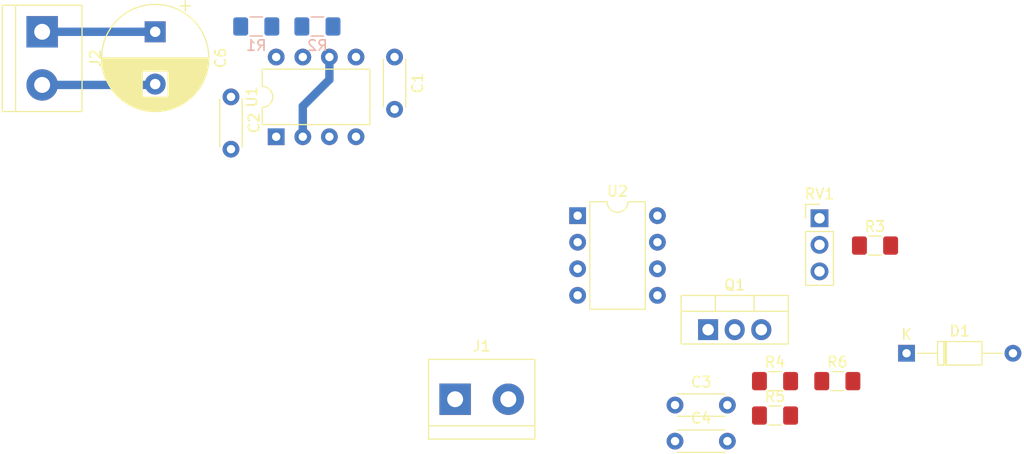
<source format=kicad_pcb>
(kicad_pcb (version 20171130) (host pcbnew "(5.1.4)-1")

  (general
    (thickness 1.6)
    (drawings 0)
    (tracks 6)
    (zones 0)
    (modules 18)
    (nets 15)
  )

  (page A4)
  (layers
    (0 F.Cu signal)
    (31 B.Cu signal)
    (32 B.Adhes user)
    (33 F.Adhes user)
    (34 B.Paste user)
    (35 F.Paste user)
    (36 B.SilkS user)
    (37 F.SilkS user)
    (38 B.Mask user)
    (39 F.Mask user)
    (40 Dwgs.User user)
    (41 Cmts.User user)
    (42 Eco1.User user)
    (43 Eco2.User user)
    (44 Edge.Cuts user)
    (45 Margin user)
    (46 B.CrtYd user hide)
    (47 F.CrtYd user hide)
    (48 B.Fab user hide)
    (49 F.Fab user hide)
  )

  (setup
    (last_trace_width 0.8)
    (trace_clearance 0.2)
    (zone_clearance 0.508)
    (zone_45_only no)
    (trace_min 0.2)
    (via_size 0.8)
    (via_drill 0.4)
    (via_min_size 0.4)
    (via_min_drill 0.3)
    (uvia_size 0.3)
    (uvia_drill 0.1)
    (uvias_allowed no)
    (uvia_min_size 0.2)
    (uvia_min_drill 0.1)
    (edge_width 0.05)
    (segment_width 0.2)
    (pcb_text_width 0.3)
    (pcb_text_size 1.5 1.5)
    (mod_edge_width 0.12)
    (mod_text_size 1 1)
    (mod_text_width 0.15)
    (pad_size 1.524 1.524)
    (pad_drill 0.762)
    (pad_to_mask_clearance 0.051)
    (solder_mask_min_width 0.25)
    (aux_axis_origin 0 0)
    (visible_elements FFFFFF7F)
    (pcbplotparams
      (layerselection 0x010fc_ffffffff)
      (usegerberextensions false)
      (usegerberattributes false)
      (usegerberadvancedattributes false)
      (creategerberjobfile false)
      (excludeedgelayer true)
      (linewidth 0.100000)
      (plotframeref false)
      (viasonmask false)
      (mode 1)
      (useauxorigin false)
      (hpglpennumber 1)
      (hpglpenspeed 20)
      (hpglpendiameter 15.000000)
      (psnegative false)
      (psa4output false)
      (plotreference true)
      (plotvalue true)
      (plotinvisibletext false)
      (padsonsilk false)
      (subtractmaskfromsilk false)
      (outputformat 1)
      (mirror false)
      (drillshape 1)
      (scaleselection 1)
      (outputdirectory ""))
  )

  (net 0 "")
  (net 1 "Net-(C1-Pad1)")
  (net 2 GND)
  (net 3 "Net-(C2-Pad1)")
  (net 4 +12V)
  (net 5 "Net-(C4-Pad1)")
  (net 6 "Net-(D1-Pad2)")
  (net 7 "Net-(Q1-Pad1)")
  (net 8 "Net-(R1-Pad2)")
  (net 9 "Net-(R3-Pad2)")
  (net 10 "Net-(R4-Pad1)")
  (net 11 "Net-(R5-Pad2)")
  (net 12 "Net-(U1-Pad3)")
  (net 13 "Net-(U2-Pad6)")
  (net 14 "Net-(U2-Pad5)")

  (net_class Default "Это класс цепей по умолчанию."
    (clearance 0.2)
    (trace_width 0.8)
    (via_dia 0.8)
    (via_drill 0.4)
    (uvia_dia 0.3)
    (uvia_drill 0.1)
    (add_net +12V)
    (add_net GND)
    (add_net "Net-(C1-Pad1)")
    (add_net "Net-(C2-Pad1)")
    (add_net "Net-(C4-Pad1)")
    (add_net "Net-(D1-Pad2)")
    (add_net "Net-(Q1-Pad1)")
    (add_net "Net-(R1-Pad2)")
    (add_net "Net-(R3-Pad2)")
    (add_net "Net-(R4-Pad1)")
    (add_net "Net-(R5-Pad2)")
    (add_net "Net-(U1-Pad3)")
    (add_net "Net-(U2-Pad5)")
    (add_net "Net-(U2-Pad6)")
  )

  (net_class second ""
    (clearance 0.2)
    (trace_width 0.8)
    (via_dia 0.8)
    (via_drill 0.4)
    (uvia_dia 0.3)
    (uvia_drill 0.1)
  )

  (module Capacitor_THT:C_Disc_D4.3mm_W1.9mm_P5.00mm (layer F.Cu) (tedit 5AE50EF0) (tstamp 5E57D1C4)
    (at 37.084 30.226 270)
    (descr "C, Disc series, Radial, pin pitch=5.00mm, , diameter*width=4.3*1.9mm^2, Capacitor, http://www.vishay.com/docs/45233/krseries.pdf")
    (tags "C Disc series Radial pin pitch 5.00mm  diameter 4.3mm width 1.9mm Capacitor")
    (path /5E57EF63)
    (fp_text reference C2 (at 2.5 -2.2 90) (layer F.SilkS)
      (effects (font (size 1 1) (thickness 0.15)))
    )
    (fp_text value 0.1uF (at 2.5 2.2 90) (layer F.Fab)
      (effects (font (size 1 1) (thickness 0.15)))
    )
    (fp_text user %R (at 2.5 0 90) (layer F.Fab)
      (effects (font (size 0.86 0.86) (thickness 0.129)))
    )
    (fp_line (start 6.05 -1.2) (end -1.05 -1.2) (layer F.CrtYd) (width 0.05))
    (fp_line (start 6.05 1.2) (end 6.05 -1.2) (layer F.CrtYd) (width 0.05))
    (fp_line (start -1.05 1.2) (end 6.05 1.2) (layer F.CrtYd) (width 0.05))
    (fp_line (start -1.05 -1.2) (end -1.05 1.2) (layer F.CrtYd) (width 0.05))
    (fp_line (start 4.77 1.055) (end 4.77 1.07) (layer F.SilkS) (width 0.12))
    (fp_line (start 4.77 -1.07) (end 4.77 -1.055) (layer F.SilkS) (width 0.12))
    (fp_line (start 0.23 1.055) (end 0.23 1.07) (layer F.SilkS) (width 0.12))
    (fp_line (start 0.23 -1.07) (end 0.23 -1.055) (layer F.SilkS) (width 0.12))
    (fp_line (start 0.23 1.07) (end 4.77 1.07) (layer F.SilkS) (width 0.12))
    (fp_line (start 0.23 -1.07) (end 4.77 -1.07) (layer F.SilkS) (width 0.12))
    (fp_line (start 4.65 -0.95) (end 0.35 -0.95) (layer F.Fab) (width 0.1))
    (fp_line (start 4.65 0.95) (end 4.65 -0.95) (layer F.Fab) (width 0.1))
    (fp_line (start 0.35 0.95) (end 4.65 0.95) (layer F.Fab) (width 0.1))
    (fp_line (start 0.35 -0.95) (end 0.35 0.95) (layer F.Fab) (width 0.1))
    (pad 2 thru_hole circle (at 5 0 270) (size 1.6 1.6) (drill 0.8) (layers *.Cu *.Mask)
      (net 2 GND))
    (pad 1 thru_hole circle (at 0 0 270) (size 1.6 1.6) (drill 0.8) (layers *.Cu *.Mask)
      (net 3 "Net-(C2-Pad1)"))
    (model ${KISYS3DMOD}/Capacitor_THT.3dshapes/C_Disc_D4.3mm_W1.9mm_P5.00mm.wrl
      (at (xyz 0 0 0))
      (scale (xyz 1 1 1))
      (rotate (xyz 0 0 0))
    )
  )

  (module Capacitor_THT:C_Disc_D4.3mm_W1.9mm_P5.00mm (layer F.Cu) (tedit 5AE50EF0) (tstamp 5E57D1D9)
    (at 79.488001 59.690001)
    (descr "C, Disc series, Radial, pin pitch=5.00mm, , diameter*width=4.3*1.9mm^2, Capacitor, http://www.vishay.com/docs/45233/krseries.pdf")
    (tags "C Disc series Radial pin pitch 5.00mm  diameter 4.3mm width 1.9mm Capacitor")
    (path /5E58D313)
    (fp_text reference C3 (at 2.5 -2.2) (layer F.SilkS)
      (effects (font (size 1 1) (thickness 0.15)))
    )
    (fp_text value 0.1uF (at 2.5 2.2) (layer F.Fab)
      (effects (font (size 1 1) (thickness 0.15)))
    )
    (fp_line (start 0.35 -0.95) (end 0.35 0.95) (layer F.Fab) (width 0.1))
    (fp_line (start 0.35 0.95) (end 4.65 0.95) (layer F.Fab) (width 0.1))
    (fp_line (start 4.65 0.95) (end 4.65 -0.95) (layer F.Fab) (width 0.1))
    (fp_line (start 4.65 -0.95) (end 0.35 -0.95) (layer F.Fab) (width 0.1))
    (fp_line (start 0.23 -1.07) (end 4.77 -1.07) (layer F.SilkS) (width 0.12))
    (fp_line (start 0.23 1.07) (end 4.77 1.07) (layer F.SilkS) (width 0.12))
    (fp_line (start 0.23 -1.07) (end 0.23 -1.055) (layer F.SilkS) (width 0.12))
    (fp_line (start 0.23 1.055) (end 0.23 1.07) (layer F.SilkS) (width 0.12))
    (fp_line (start 4.77 -1.07) (end 4.77 -1.055) (layer F.SilkS) (width 0.12))
    (fp_line (start 4.77 1.055) (end 4.77 1.07) (layer F.SilkS) (width 0.12))
    (fp_line (start -1.05 -1.2) (end -1.05 1.2) (layer F.CrtYd) (width 0.05))
    (fp_line (start -1.05 1.2) (end 6.05 1.2) (layer F.CrtYd) (width 0.05))
    (fp_line (start 6.05 1.2) (end 6.05 -1.2) (layer F.CrtYd) (width 0.05))
    (fp_line (start 6.05 -1.2) (end -1.05 -1.2) (layer F.CrtYd) (width 0.05))
    (fp_text user %R (at 2.5 0) (layer F.Fab)
      (effects (font (size 0.86 0.86) (thickness 0.129)))
    )
    (pad 1 thru_hole circle (at 0 0) (size 1.6 1.6) (drill 0.8) (layers *.Cu *.Mask)
      (net 2 GND))
    (pad 2 thru_hole circle (at 5 0) (size 1.6 1.6) (drill 0.8) (layers *.Cu *.Mask)
      (net 4 +12V))
    (model ${KISYS3DMOD}/Capacitor_THT.3dshapes/C_Disc_D4.3mm_W1.9mm_P5.00mm.wrl
      (at (xyz 0 0 0))
      (scale (xyz 1 1 1))
      (rotate (xyz 0 0 0))
    )
  )

  (module Capacitor_THT:C_Disc_D4.3mm_W1.9mm_P5.00mm (layer F.Cu) (tedit 5AE50EF0) (tstamp 5E57D1EE)
    (at 79.488001 63.140001)
    (descr "C, Disc series, Radial, pin pitch=5.00mm, , diameter*width=4.3*1.9mm^2, Capacitor, http://www.vishay.com/docs/45233/krseries.pdf")
    (tags "C Disc series Radial pin pitch 5.00mm  diameter 4.3mm width 1.9mm Capacitor")
    (path /5E5A7FEA)
    (fp_text reference C4 (at 2.5 -2.2) (layer F.SilkS)
      (effects (font (size 1 1) (thickness 0.15)))
    )
    (fp_text value 0.1uF (at 2.5 2.2) (layer F.Fab)
      (effects (font (size 1 1) (thickness 0.15)))
    )
    (fp_line (start 0.35 -0.95) (end 0.35 0.95) (layer F.Fab) (width 0.1))
    (fp_line (start 0.35 0.95) (end 4.65 0.95) (layer F.Fab) (width 0.1))
    (fp_line (start 4.65 0.95) (end 4.65 -0.95) (layer F.Fab) (width 0.1))
    (fp_line (start 4.65 -0.95) (end 0.35 -0.95) (layer F.Fab) (width 0.1))
    (fp_line (start 0.23 -1.07) (end 4.77 -1.07) (layer F.SilkS) (width 0.12))
    (fp_line (start 0.23 1.07) (end 4.77 1.07) (layer F.SilkS) (width 0.12))
    (fp_line (start 0.23 -1.07) (end 0.23 -1.055) (layer F.SilkS) (width 0.12))
    (fp_line (start 0.23 1.055) (end 0.23 1.07) (layer F.SilkS) (width 0.12))
    (fp_line (start 4.77 -1.07) (end 4.77 -1.055) (layer F.SilkS) (width 0.12))
    (fp_line (start 4.77 1.055) (end 4.77 1.07) (layer F.SilkS) (width 0.12))
    (fp_line (start -1.05 -1.2) (end -1.05 1.2) (layer F.CrtYd) (width 0.05))
    (fp_line (start -1.05 1.2) (end 6.05 1.2) (layer F.CrtYd) (width 0.05))
    (fp_line (start 6.05 1.2) (end 6.05 -1.2) (layer F.CrtYd) (width 0.05))
    (fp_line (start 6.05 -1.2) (end -1.05 -1.2) (layer F.CrtYd) (width 0.05))
    (fp_text user %R (at 2.5 0) (layer F.Fab)
      (effects (font (size 0.86 0.86) (thickness 0.129)))
    )
    (pad 1 thru_hole circle (at 0 0) (size 1.6 1.6) (drill 0.8) (layers *.Cu *.Mask)
      (net 5 "Net-(C4-Pad1)"))
    (pad 2 thru_hole circle (at 5 0) (size 1.6 1.6) (drill 0.8) (layers *.Cu *.Mask)
      (net 2 GND))
    (model ${KISYS3DMOD}/Capacitor_THT.3dshapes/C_Disc_D4.3mm_W1.9mm_P5.00mm.wrl
      (at (xyz 0 0 0))
      (scale (xyz 1 1 1))
      (rotate (xyz 0 0 0))
    )
  )

  (module Capacitor_THT:CP_Radial_D10.0mm_P5.00mm (layer F.Cu) (tedit 5AE50EF1) (tstamp 5E57D2BA)
    (at 29.845 24.003 270)
    (descr "CP, Radial series, Radial, pin pitch=5.00mm, , diameter=10mm, Electrolytic Capacitor")
    (tags "CP Radial series Radial pin pitch 5.00mm  diameter 10mm Electrolytic Capacitor")
    (path /5E5BC680)
    (fp_text reference C6 (at 2.5 -6.25 90) (layer F.SilkS)
      (effects (font (size 1 1) (thickness 0.15)))
    )
    (fp_text value 1000uF (at 2.5 6.25 90) (layer F.Fab)
      (effects (font (size 1 1) (thickness 0.15)))
    )
    (fp_circle (center 2.5 0) (end 7.5 0) (layer F.Fab) (width 0.1))
    (fp_circle (center 2.5 0) (end 7.62 0) (layer F.SilkS) (width 0.12))
    (fp_circle (center 2.5 0) (end 7.75 0) (layer F.CrtYd) (width 0.05))
    (fp_line (start -1.788861 -2.1875) (end -0.788861 -2.1875) (layer F.Fab) (width 0.1))
    (fp_line (start -1.288861 -2.6875) (end -1.288861 -1.6875) (layer F.Fab) (width 0.1))
    (fp_line (start 2.5 -5.08) (end 2.5 5.08) (layer F.SilkS) (width 0.12))
    (fp_line (start 2.54 -5.08) (end 2.54 5.08) (layer F.SilkS) (width 0.12))
    (fp_line (start 2.58 -5.08) (end 2.58 5.08) (layer F.SilkS) (width 0.12))
    (fp_line (start 2.62 -5.079) (end 2.62 5.079) (layer F.SilkS) (width 0.12))
    (fp_line (start 2.66 -5.078) (end 2.66 5.078) (layer F.SilkS) (width 0.12))
    (fp_line (start 2.7 -5.077) (end 2.7 5.077) (layer F.SilkS) (width 0.12))
    (fp_line (start 2.74 -5.075) (end 2.74 5.075) (layer F.SilkS) (width 0.12))
    (fp_line (start 2.78 -5.073) (end 2.78 5.073) (layer F.SilkS) (width 0.12))
    (fp_line (start 2.82 -5.07) (end 2.82 5.07) (layer F.SilkS) (width 0.12))
    (fp_line (start 2.86 -5.068) (end 2.86 5.068) (layer F.SilkS) (width 0.12))
    (fp_line (start 2.9 -5.065) (end 2.9 5.065) (layer F.SilkS) (width 0.12))
    (fp_line (start 2.94 -5.062) (end 2.94 5.062) (layer F.SilkS) (width 0.12))
    (fp_line (start 2.98 -5.058) (end 2.98 5.058) (layer F.SilkS) (width 0.12))
    (fp_line (start 3.02 -5.054) (end 3.02 5.054) (layer F.SilkS) (width 0.12))
    (fp_line (start 3.06 -5.05) (end 3.06 5.05) (layer F.SilkS) (width 0.12))
    (fp_line (start 3.1 -5.045) (end 3.1 5.045) (layer F.SilkS) (width 0.12))
    (fp_line (start 3.14 -5.04) (end 3.14 5.04) (layer F.SilkS) (width 0.12))
    (fp_line (start 3.18 -5.035) (end 3.18 5.035) (layer F.SilkS) (width 0.12))
    (fp_line (start 3.221 -5.03) (end 3.221 5.03) (layer F.SilkS) (width 0.12))
    (fp_line (start 3.261 -5.024) (end 3.261 5.024) (layer F.SilkS) (width 0.12))
    (fp_line (start 3.301 -5.018) (end 3.301 5.018) (layer F.SilkS) (width 0.12))
    (fp_line (start 3.341 -5.011) (end 3.341 5.011) (layer F.SilkS) (width 0.12))
    (fp_line (start 3.381 -5.004) (end 3.381 5.004) (layer F.SilkS) (width 0.12))
    (fp_line (start 3.421 -4.997) (end 3.421 4.997) (layer F.SilkS) (width 0.12))
    (fp_line (start 3.461 -4.99) (end 3.461 4.99) (layer F.SilkS) (width 0.12))
    (fp_line (start 3.501 -4.982) (end 3.501 4.982) (layer F.SilkS) (width 0.12))
    (fp_line (start 3.541 -4.974) (end 3.541 4.974) (layer F.SilkS) (width 0.12))
    (fp_line (start 3.581 -4.965) (end 3.581 4.965) (layer F.SilkS) (width 0.12))
    (fp_line (start 3.621 -4.956) (end 3.621 4.956) (layer F.SilkS) (width 0.12))
    (fp_line (start 3.661 -4.947) (end 3.661 4.947) (layer F.SilkS) (width 0.12))
    (fp_line (start 3.701 -4.938) (end 3.701 4.938) (layer F.SilkS) (width 0.12))
    (fp_line (start 3.741 -4.928) (end 3.741 4.928) (layer F.SilkS) (width 0.12))
    (fp_line (start 3.781 -4.918) (end 3.781 -1.241) (layer F.SilkS) (width 0.12))
    (fp_line (start 3.781 1.241) (end 3.781 4.918) (layer F.SilkS) (width 0.12))
    (fp_line (start 3.821 -4.907) (end 3.821 -1.241) (layer F.SilkS) (width 0.12))
    (fp_line (start 3.821 1.241) (end 3.821 4.907) (layer F.SilkS) (width 0.12))
    (fp_line (start 3.861 -4.897) (end 3.861 -1.241) (layer F.SilkS) (width 0.12))
    (fp_line (start 3.861 1.241) (end 3.861 4.897) (layer F.SilkS) (width 0.12))
    (fp_line (start 3.901 -4.885) (end 3.901 -1.241) (layer F.SilkS) (width 0.12))
    (fp_line (start 3.901 1.241) (end 3.901 4.885) (layer F.SilkS) (width 0.12))
    (fp_line (start 3.941 -4.874) (end 3.941 -1.241) (layer F.SilkS) (width 0.12))
    (fp_line (start 3.941 1.241) (end 3.941 4.874) (layer F.SilkS) (width 0.12))
    (fp_line (start 3.981 -4.862) (end 3.981 -1.241) (layer F.SilkS) (width 0.12))
    (fp_line (start 3.981 1.241) (end 3.981 4.862) (layer F.SilkS) (width 0.12))
    (fp_line (start 4.021 -4.85) (end 4.021 -1.241) (layer F.SilkS) (width 0.12))
    (fp_line (start 4.021 1.241) (end 4.021 4.85) (layer F.SilkS) (width 0.12))
    (fp_line (start 4.061 -4.837) (end 4.061 -1.241) (layer F.SilkS) (width 0.12))
    (fp_line (start 4.061 1.241) (end 4.061 4.837) (layer F.SilkS) (width 0.12))
    (fp_line (start 4.101 -4.824) (end 4.101 -1.241) (layer F.SilkS) (width 0.12))
    (fp_line (start 4.101 1.241) (end 4.101 4.824) (layer F.SilkS) (width 0.12))
    (fp_line (start 4.141 -4.811) (end 4.141 -1.241) (layer F.SilkS) (width 0.12))
    (fp_line (start 4.141 1.241) (end 4.141 4.811) (layer F.SilkS) (width 0.12))
    (fp_line (start 4.181 -4.797) (end 4.181 -1.241) (layer F.SilkS) (width 0.12))
    (fp_line (start 4.181 1.241) (end 4.181 4.797) (layer F.SilkS) (width 0.12))
    (fp_line (start 4.221 -4.783) (end 4.221 -1.241) (layer F.SilkS) (width 0.12))
    (fp_line (start 4.221 1.241) (end 4.221 4.783) (layer F.SilkS) (width 0.12))
    (fp_line (start 4.261 -4.768) (end 4.261 -1.241) (layer F.SilkS) (width 0.12))
    (fp_line (start 4.261 1.241) (end 4.261 4.768) (layer F.SilkS) (width 0.12))
    (fp_line (start 4.301 -4.754) (end 4.301 -1.241) (layer F.SilkS) (width 0.12))
    (fp_line (start 4.301 1.241) (end 4.301 4.754) (layer F.SilkS) (width 0.12))
    (fp_line (start 4.341 -4.738) (end 4.341 -1.241) (layer F.SilkS) (width 0.12))
    (fp_line (start 4.341 1.241) (end 4.341 4.738) (layer F.SilkS) (width 0.12))
    (fp_line (start 4.381 -4.723) (end 4.381 -1.241) (layer F.SilkS) (width 0.12))
    (fp_line (start 4.381 1.241) (end 4.381 4.723) (layer F.SilkS) (width 0.12))
    (fp_line (start 4.421 -4.707) (end 4.421 -1.241) (layer F.SilkS) (width 0.12))
    (fp_line (start 4.421 1.241) (end 4.421 4.707) (layer F.SilkS) (width 0.12))
    (fp_line (start 4.461 -4.69) (end 4.461 -1.241) (layer F.SilkS) (width 0.12))
    (fp_line (start 4.461 1.241) (end 4.461 4.69) (layer F.SilkS) (width 0.12))
    (fp_line (start 4.501 -4.674) (end 4.501 -1.241) (layer F.SilkS) (width 0.12))
    (fp_line (start 4.501 1.241) (end 4.501 4.674) (layer F.SilkS) (width 0.12))
    (fp_line (start 4.541 -4.657) (end 4.541 -1.241) (layer F.SilkS) (width 0.12))
    (fp_line (start 4.541 1.241) (end 4.541 4.657) (layer F.SilkS) (width 0.12))
    (fp_line (start 4.581 -4.639) (end 4.581 -1.241) (layer F.SilkS) (width 0.12))
    (fp_line (start 4.581 1.241) (end 4.581 4.639) (layer F.SilkS) (width 0.12))
    (fp_line (start 4.621 -4.621) (end 4.621 -1.241) (layer F.SilkS) (width 0.12))
    (fp_line (start 4.621 1.241) (end 4.621 4.621) (layer F.SilkS) (width 0.12))
    (fp_line (start 4.661 -4.603) (end 4.661 -1.241) (layer F.SilkS) (width 0.12))
    (fp_line (start 4.661 1.241) (end 4.661 4.603) (layer F.SilkS) (width 0.12))
    (fp_line (start 4.701 -4.584) (end 4.701 -1.241) (layer F.SilkS) (width 0.12))
    (fp_line (start 4.701 1.241) (end 4.701 4.584) (layer F.SilkS) (width 0.12))
    (fp_line (start 4.741 -4.564) (end 4.741 -1.241) (layer F.SilkS) (width 0.12))
    (fp_line (start 4.741 1.241) (end 4.741 4.564) (layer F.SilkS) (width 0.12))
    (fp_line (start 4.781 -4.545) (end 4.781 -1.241) (layer F.SilkS) (width 0.12))
    (fp_line (start 4.781 1.241) (end 4.781 4.545) (layer F.SilkS) (width 0.12))
    (fp_line (start 4.821 -4.525) (end 4.821 -1.241) (layer F.SilkS) (width 0.12))
    (fp_line (start 4.821 1.241) (end 4.821 4.525) (layer F.SilkS) (width 0.12))
    (fp_line (start 4.861 -4.504) (end 4.861 -1.241) (layer F.SilkS) (width 0.12))
    (fp_line (start 4.861 1.241) (end 4.861 4.504) (layer F.SilkS) (width 0.12))
    (fp_line (start 4.901 -4.483) (end 4.901 -1.241) (layer F.SilkS) (width 0.12))
    (fp_line (start 4.901 1.241) (end 4.901 4.483) (layer F.SilkS) (width 0.12))
    (fp_line (start 4.941 -4.462) (end 4.941 -1.241) (layer F.SilkS) (width 0.12))
    (fp_line (start 4.941 1.241) (end 4.941 4.462) (layer F.SilkS) (width 0.12))
    (fp_line (start 4.981 -4.44) (end 4.981 -1.241) (layer F.SilkS) (width 0.12))
    (fp_line (start 4.981 1.241) (end 4.981 4.44) (layer F.SilkS) (width 0.12))
    (fp_line (start 5.021 -4.417) (end 5.021 -1.241) (layer F.SilkS) (width 0.12))
    (fp_line (start 5.021 1.241) (end 5.021 4.417) (layer F.SilkS) (width 0.12))
    (fp_line (start 5.061 -4.395) (end 5.061 -1.241) (layer F.SilkS) (width 0.12))
    (fp_line (start 5.061 1.241) (end 5.061 4.395) (layer F.SilkS) (width 0.12))
    (fp_line (start 5.101 -4.371) (end 5.101 -1.241) (layer F.SilkS) (width 0.12))
    (fp_line (start 5.101 1.241) (end 5.101 4.371) (layer F.SilkS) (width 0.12))
    (fp_line (start 5.141 -4.347) (end 5.141 -1.241) (layer F.SilkS) (width 0.12))
    (fp_line (start 5.141 1.241) (end 5.141 4.347) (layer F.SilkS) (width 0.12))
    (fp_line (start 5.181 -4.323) (end 5.181 -1.241) (layer F.SilkS) (width 0.12))
    (fp_line (start 5.181 1.241) (end 5.181 4.323) (layer F.SilkS) (width 0.12))
    (fp_line (start 5.221 -4.298) (end 5.221 -1.241) (layer F.SilkS) (width 0.12))
    (fp_line (start 5.221 1.241) (end 5.221 4.298) (layer F.SilkS) (width 0.12))
    (fp_line (start 5.261 -4.273) (end 5.261 -1.241) (layer F.SilkS) (width 0.12))
    (fp_line (start 5.261 1.241) (end 5.261 4.273) (layer F.SilkS) (width 0.12))
    (fp_line (start 5.301 -4.247) (end 5.301 -1.241) (layer F.SilkS) (width 0.12))
    (fp_line (start 5.301 1.241) (end 5.301 4.247) (layer F.SilkS) (width 0.12))
    (fp_line (start 5.341 -4.221) (end 5.341 -1.241) (layer F.SilkS) (width 0.12))
    (fp_line (start 5.341 1.241) (end 5.341 4.221) (layer F.SilkS) (width 0.12))
    (fp_line (start 5.381 -4.194) (end 5.381 -1.241) (layer F.SilkS) (width 0.12))
    (fp_line (start 5.381 1.241) (end 5.381 4.194) (layer F.SilkS) (width 0.12))
    (fp_line (start 5.421 -4.166) (end 5.421 -1.241) (layer F.SilkS) (width 0.12))
    (fp_line (start 5.421 1.241) (end 5.421 4.166) (layer F.SilkS) (width 0.12))
    (fp_line (start 5.461 -4.138) (end 5.461 -1.241) (layer F.SilkS) (width 0.12))
    (fp_line (start 5.461 1.241) (end 5.461 4.138) (layer F.SilkS) (width 0.12))
    (fp_line (start 5.501 -4.11) (end 5.501 -1.241) (layer F.SilkS) (width 0.12))
    (fp_line (start 5.501 1.241) (end 5.501 4.11) (layer F.SilkS) (width 0.12))
    (fp_line (start 5.541 -4.08) (end 5.541 -1.241) (layer F.SilkS) (width 0.12))
    (fp_line (start 5.541 1.241) (end 5.541 4.08) (layer F.SilkS) (width 0.12))
    (fp_line (start 5.581 -4.05) (end 5.581 -1.241) (layer F.SilkS) (width 0.12))
    (fp_line (start 5.581 1.241) (end 5.581 4.05) (layer F.SilkS) (width 0.12))
    (fp_line (start 5.621 -4.02) (end 5.621 -1.241) (layer F.SilkS) (width 0.12))
    (fp_line (start 5.621 1.241) (end 5.621 4.02) (layer F.SilkS) (width 0.12))
    (fp_line (start 5.661 -3.989) (end 5.661 -1.241) (layer F.SilkS) (width 0.12))
    (fp_line (start 5.661 1.241) (end 5.661 3.989) (layer F.SilkS) (width 0.12))
    (fp_line (start 5.701 -3.957) (end 5.701 -1.241) (layer F.SilkS) (width 0.12))
    (fp_line (start 5.701 1.241) (end 5.701 3.957) (layer F.SilkS) (width 0.12))
    (fp_line (start 5.741 -3.925) (end 5.741 -1.241) (layer F.SilkS) (width 0.12))
    (fp_line (start 5.741 1.241) (end 5.741 3.925) (layer F.SilkS) (width 0.12))
    (fp_line (start 5.781 -3.892) (end 5.781 -1.241) (layer F.SilkS) (width 0.12))
    (fp_line (start 5.781 1.241) (end 5.781 3.892) (layer F.SilkS) (width 0.12))
    (fp_line (start 5.821 -3.858) (end 5.821 -1.241) (layer F.SilkS) (width 0.12))
    (fp_line (start 5.821 1.241) (end 5.821 3.858) (layer F.SilkS) (width 0.12))
    (fp_line (start 5.861 -3.824) (end 5.861 -1.241) (layer F.SilkS) (width 0.12))
    (fp_line (start 5.861 1.241) (end 5.861 3.824) (layer F.SilkS) (width 0.12))
    (fp_line (start 5.901 -3.789) (end 5.901 -1.241) (layer F.SilkS) (width 0.12))
    (fp_line (start 5.901 1.241) (end 5.901 3.789) (layer F.SilkS) (width 0.12))
    (fp_line (start 5.941 -3.753) (end 5.941 -1.241) (layer F.SilkS) (width 0.12))
    (fp_line (start 5.941 1.241) (end 5.941 3.753) (layer F.SilkS) (width 0.12))
    (fp_line (start 5.981 -3.716) (end 5.981 -1.241) (layer F.SilkS) (width 0.12))
    (fp_line (start 5.981 1.241) (end 5.981 3.716) (layer F.SilkS) (width 0.12))
    (fp_line (start 6.021 -3.679) (end 6.021 -1.241) (layer F.SilkS) (width 0.12))
    (fp_line (start 6.021 1.241) (end 6.021 3.679) (layer F.SilkS) (width 0.12))
    (fp_line (start 6.061 -3.64) (end 6.061 -1.241) (layer F.SilkS) (width 0.12))
    (fp_line (start 6.061 1.241) (end 6.061 3.64) (layer F.SilkS) (width 0.12))
    (fp_line (start 6.101 -3.601) (end 6.101 -1.241) (layer F.SilkS) (width 0.12))
    (fp_line (start 6.101 1.241) (end 6.101 3.601) (layer F.SilkS) (width 0.12))
    (fp_line (start 6.141 -3.561) (end 6.141 -1.241) (layer F.SilkS) (width 0.12))
    (fp_line (start 6.141 1.241) (end 6.141 3.561) (layer F.SilkS) (width 0.12))
    (fp_line (start 6.181 -3.52) (end 6.181 -1.241) (layer F.SilkS) (width 0.12))
    (fp_line (start 6.181 1.241) (end 6.181 3.52) (layer F.SilkS) (width 0.12))
    (fp_line (start 6.221 -3.478) (end 6.221 -1.241) (layer F.SilkS) (width 0.12))
    (fp_line (start 6.221 1.241) (end 6.221 3.478) (layer F.SilkS) (width 0.12))
    (fp_line (start 6.261 -3.436) (end 6.261 3.436) (layer F.SilkS) (width 0.12))
    (fp_line (start 6.301 -3.392) (end 6.301 3.392) (layer F.SilkS) (width 0.12))
    (fp_line (start 6.341 -3.347) (end 6.341 3.347) (layer F.SilkS) (width 0.12))
    (fp_line (start 6.381 -3.301) (end 6.381 3.301) (layer F.SilkS) (width 0.12))
    (fp_line (start 6.421 -3.254) (end 6.421 3.254) (layer F.SilkS) (width 0.12))
    (fp_line (start 6.461 -3.206) (end 6.461 3.206) (layer F.SilkS) (width 0.12))
    (fp_line (start 6.501 -3.156) (end 6.501 3.156) (layer F.SilkS) (width 0.12))
    (fp_line (start 6.541 -3.106) (end 6.541 3.106) (layer F.SilkS) (width 0.12))
    (fp_line (start 6.581 -3.054) (end 6.581 3.054) (layer F.SilkS) (width 0.12))
    (fp_line (start 6.621 -3) (end 6.621 3) (layer F.SilkS) (width 0.12))
    (fp_line (start 6.661 -2.945) (end 6.661 2.945) (layer F.SilkS) (width 0.12))
    (fp_line (start 6.701 -2.889) (end 6.701 2.889) (layer F.SilkS) (width 0.12))
    (fp_line (start 6.741 -2.83) (end 6.741 2.83) (layer F.SilkS) (width 0.12))
    (fp_line (start 6.781 -2.77) (end 6.781 2.77) (layer F.SilkS) (width 0.12))
    (fp_line (start 6.821 -2.709) (end 6.821 2.709) (layer F.SilkS) (width 0.12))
    (fp_line (start 6.861 -2.645) (end 6.861 2.645) (layer F.SilkS) (width 0.12))
    (fp_line (start 6.901 -2.579) (end 6.901 2.579) (layer F.SilkS) (width 0.12))
    (fp_line (start 6.941 -2.51) (end 6.941 2.51) (layer F.SilkS) (width 0.12))
    (fp_line (start 6.981 -2.439) (end 6.981 2.439) (layer F.SilkS) (width 0.12))
    (fp_line (start 7.021 -2.365) (end 7.021 2.365) (layer F.SilkS) (width 0.12))
    (fp_line (start 7.061 -2.289) (end 7.061 2.289) (layer F.SilkS) (width 0.12))
    (fp_line (start 7.101 -2.209) (end 7.101 2.209) (layer F.SilkS) (width 0.12))
    (fp_line (start 7.141 -2.125) (end 7.141 2.125) (layer F.SilkS) (width 0.12))
    (fp_line (start 7.181 -2.037) (end 7.181 2.037) (layer F.SilkS) (width 0.12))
    (fp_line (start 7.221 -1.944) (end 7.221 1.944) (layer F.SilkS) (width 0.12))
    (fp_line (start 7.261 -1.846) (end 7.261 1.846) (layer F.SilkS) (width 0.12))
    (fp_line (start 7.301 -1.742) (end 7.301 1.742) (layer F.SilkS) (width 0.12))
    (fp_line (start 7.341 -1.63) (end 7.341 1.63) (layer F.SilkS) (width 0.12))
    (fp_line (start 7.381 -1.51) (end 7.381 1.51) (layer F.SilkS) (width 0.12))
    (fp_line (start 7.421 -1.378) (end 7.421 1.378) (layer F.SilkS) (width 0.12))
    (fp_line (start 7.461 -1.23) (end 7.461 1.23) (layer F.SilkS) (width 0.12))
    (fp_line (start 7.501 -1.062) (end 7.501 1.062) (layer F.SilkS) (width 0.12))
    (fp_line (start 7.541 -0.862) (end 7.541 0.862) (layer F.SilkS) (width 0.12))
    (fp_line (start 7.581 -0.599) (end 7.581 0.599) (layer F.SilkS) (width 0.12))
    (fp_line (start -2.979646 -2.875) (end -1.979646 -2.875) (layer F.SilkS) (width 0.12))
    (fp_line (start -2.479646 -3.375) (end -2.479646 -2.375) (layer F.SilkS) (width 0.12))
    (fp_text user %R (at 2.5 0 90) (layer F.Fab)
      (effects (font (size 1 1) (thickness 0.15)))
    )
    (pad 1 thru_hole rect (at 0 0 270) (size 2 2) (drill 1) (layers *.Cu *.Mask)
      (net 4 +12V))
    (pad 2 thru_hole circle (at 5 0 270) (size 2 2) (drill 1) (layers *.Cu *.Mask)
      (net 2 GND))
    (model ${KISYS3DMOD}/Capacitor_THT.3dshapes/CP_Radial_D10.0mm_P5.00mm.wrl
      (at (xyz 0 0 0))
      (scale (xyz 1 1 1))
      (rotate (xyz 0 0 0))
    )
  )

  (module Diode_THT:D_DO-35_SOD27_P10.16mm_Horizontal (layer F.Cu) (tedit 5AE50CD5) (tstamp 5E57D2D9)
    (at 101.6 54.737)
    (descr "Diode, DO-35_SOD27 series, Axial, Horizontal, pin pitch=10.16mm, , length*diameter=4*2mm^2, , http://www.diodes.com/_files/packages/DO-35.pdf")
    (tags "Diode DO-35_SOD27 series Axial Horizontal pin pitch 10.16mm  length 4mm diameter 2mm")
    (path /5E5AFFA2)
    (fp_text reference D1 (at 5.08 -2.12) (layer F.SilkS)
      (effects (font (size 1 1) (thickness 0.15)))
    )
    (fp_text value 1N4148 (at 5.08 2.12) (layer F.Fab)
      (effects (font (size 1 1) (thickness 0.15)))
    )
    (fp_line (start 3.08 -1) (end 3.08 1) (layer F.Fab) (width 0.1))
    (fp_line (start 3.08 1) (end 7.08 1) (layer F.Fab) (width 0.1))
    (fp_line (start 7.08 1) (end 7.08 -1) (layer F.Fab) (width 0.1))
    (fp_line (start 7.08 -1) (end 3.08 -1) (layer F.Fab) (width 0.1))
    (fp_line (start 0 0) (end 3.08 0) (layer F.Fab) (width 0.1))
    (fp_line (start 10.16 0) (end 7.08 0) (layer F.Fab) (width 0.1))
    (fp_line (start 3.68 -1) (end 3.68 1) (layer F.Fab) (width 0.1))
    (fp_line (start 3.78 -1) (end 3.78 1) (layer F.Fab) (width 0.1))
    (fp_line (start 3.58 -1) (end 3.58 1) (layer F.Fab) (width 0.1))
    (fp_line (start 2.96 -1.12) (end 2.96 1.12) (layer F.SilkS) (width 0.12))
    (fp_line (start 2.96 1.12) (end 7.2 1.12) (layer F.SilkS) (width 0.12))
    (fp_line (start 7.2 1.12) (end 7.2 -1.12) (layer F.SilkS) (width 0.12))
    (fp_line (start 7.2 -1.12) (end 2.96 -1.12) (layer F.SilkS) (width 0.12))
    (fp_line (start 1.04 0) (end 2.96 0) (layer F.SilkS) (width 0.12))
    (fp_line (start 9.12 0) (end 7.2 0) (layer F.SilkS) (width 0.12))
    (fp_line (start 3.68 -1.12) (end 3.68 1.12) (layer F.SilkS) (width 0.12))
    (fp_line (start 3.8 -1.12) (end 3.8 1.12) (layer F.SilkS) (width 0.12))
    (fp_line (start 3.56 -1.12) (end 3.56 1.12) (layer F.SilkS) (width 0.12))
    (fp_line (start -1.05 -1.25) (end -1.05 1.25) (layer F.CrtYd) (width 0.05))
    (fp_line (start -1.05 1.25) (end 11.21 1.25) (layer F.CrtYd) (width 0.05))
    (fp_line (start 11.21 1.25) (end 11.21 -1.25) (layer F.CrtYd) (width 0.05))
    (fp_line (start 11.21 -1.25) (end -1.05 -1.25) (layer F.CrtYd) (width 0.05))
    (fp_text user %R (at 5.38 0) (layer F.Fab)
      (effects (font (size 0.8 0.8) (thickness 0.12)))
    )
    (fp_text user K (at 0 -1.8) (layer F.Fab)
      (effects (font (size 1 1) (thickness 0.15)))
    )
    (fp_text user K (at 0 -1.8) (layer F.SilkS)
      (effects (font (size 1 1) (thickness 0.15)))
    )
    (pad 1 thru_hole rect (at 0 0) (size 1.6 1.6) (drill 0.8) (layers *.Cu *.Mask)
      (net 4 +12V))
    (pad 2 thru_hole oval (at 10.16 0) (size 1.6 1.6) (drill 0.8) (layers *.Cu *.Mask)
      (net 6 "Net-(D1-Pad2)"))
    (model ${KISYS3DMOD}/Diode_THT.3dshapes/D_DO-35_SOD27_P10.16mm_Horizontal.wrl
      (at (xyz 0 0 0))
      (scale (xyz 1 1 1))
      (rotate (xyz 0 0 0))
    )
  )

  (module TerminalBlock:TerminalBlock_bornier-2_P5.08mm (layer F.Cu) (tedit 59FF03AB) (tstamp 5E57D2EE)
    (at 58.488001 59.130001)
    (descr "simple 2-pin terminal block, pitch 5.08mm, revamped version of bornier2")
    (tags "terminal block bornier2")
    (path /5E59584B)
    (fp_text reference J1 (at 2.54 -5.08) (layer F.SilkS)
      (effects (font (size 1 1) (thickness 0.15)))
    )
    (fp_text value Screw_Terminal_01x02 (at 2.54 5.08) (layer F.Fab)
      (effects (font (size 1 1) (thickness 0.15)))
    )
    (fp_line (start 7.79 4) (end -2.71 4) (layer F.CrtYd) (width 0.05))
    (fp_line (start 7.79 4) (end 7.79 -4) (layer F.CrtYd) (width 0.05))
    (fp_line (start -2.71 -4) (end -2.71 4) (layer F.CrtYd) (width 0.05))
    (fp_line (start -2.71 -4) (end 7.79 -4) (layer F.CrtYd) (width 0.05))
    (fp_line (start -2.54 3.81) (end 7.62 3.81) (layer F.SilkS) (width 0.12))
    (fp_line (start -2.54 -3.81) (end -2.54 3.81) (layer F.SilkS) (width 0.12))
    (fp_line (start 7.62 -3.81) (end -2.54 -3.81) (layer F.SilkS) (width 0.12))
    (fp_line (start 7.62 3.81) (end 7.62 -3.81) (layer F.SilkS) (width 0.12))
    (fp_line (start 7.62 2.54) (end -2.54 2.54) (layer F.SilkS) (width 0.12))
    (fp_line (start 7.54 -3.75) (end -2.46 -3.75) (layer F.Fab) (width 0.1))
    (fp_line (start 7.54 3.75) (end 7.54 -3.75) (layer F.Fab) (width 0.1))
    (fp_line (start -2.46 3.75) (end 7.54 3.75) (layer F.Fab) (width 0.1))
    (fp_line (start -2.46 -3.75) (end -2.46 3.75) (layer F.Fab) (width 0.1))
    (fp_line (start -2.41 2.55) (end 7.49 2.55) (layer F.Fab) (width 0.1))
    (fp_text user %R (at 2.54 0) (layer F.Fab)
      (effects (font (size 1 1) (thickness 0.15)))
    )
    (pad 2 thru_hole circle (at 5.08 0) (size 3 3) (drill 1.52) (layers *.Cu *.Mask)
      (net 2 GND))
    (pad 1 thru_hole rect (at 0 0) (size 3 3) (drill 1.52) (layers *.Cu *.Mask)
      (net 6 "Net-(D1-Pad2)"))
    (model ${KISYS3DMOD}/TerminalBlock.3dshapes/TerminalBlock_bornier-2_P5.08mm.wrl
      (offset (xyz 2.539999961853027 0 0))
      (scale (xyz 1 1 1))
      (rotate (xyz 0 0 0))
    )
  )

  (module TerminalBlock:TerminalBlock_bornier-2_P5.08mm (layer F.Cu) (tedit 59FF03AB) (tstamp 5E57D303)
    (at 19.05 24.003 270)
    (descr "simple 2-pin terminal block, pitch 5.08mm, revamped version of bornier2")
    (tags "terminal block bornier2")
    (path /5E5983F3)
    (fp_text reference J2 (at 2.54 -5.08 90) (layer F.SilkS)
      (effects (font (size 1 1) (thickness 0.15)))
    )
    (fp_text value Screw_Terminal_01x02 (at 2.54 5.08 90) (layer F.Fab)
      (effects (font (size 1 1) (thickness 0.15)))
    )
    (fp_text user %R (at 2.54 0 90) (layer F.Fab)
      (effects (font (size 1 1) (thickness 0.15)))
    )
    (fp_line (start -2.41 2.55) (end 7.49 2.55) (layer F.Fab) (width 0.1))
    (fp_line (start -2.46 -3.75) (end -2.46 3.75) (layer F.Fab) (width 0.1))
    (fp_line (start -2.46 3.75) (end 7.54 3.75) (layer F.Fab) (width 0.1))
    (fp_line (start 7.54 3.75) (end 7.54 -3.75) (layer F.Fab) (width 0.1))
    (fp_line (start 7.54 -3.75) (end -2.46 -3.75) (layer F.Fab) (width 0.1))
    (fp_line (start 7.62 2.54) (end -2.54 2.54) (layer F.SilkS) (width 0.12))
    (fp_line (start 7.62 3.81) (end 7.62 -3.81) (layer F.SilkS) (width 0.12))
    (fp_line (start 7.62 -3.81) (end -2.54 -3.81) (layer F.SilkS) (width 0.12))
    (fp_line (start -2.54 -3.81) (end -2.54 3.81) (layer F.SilkS) (width 0.12))
    (fp_line (start -2.54 3.81) (end 7.62 3.81) (layer F.SilkS) (width 0.12))
    (fp_line (start -2.71 -4) (end 7.79 -4) (layer F.CrtYd) (width 0.05))
    (fp_line (start -2.71 -4) (end -2.71 4) (layer F.CrtYd) (width 0.05))
    (fp_line (start 7.79 4) (end 7.79 -4) (layer F.CrtYd) (width 0.05))
    (fp_line (start 7.79 4) (end -2.71 4) (layer F.CrtYd) (width 0.05))
    (pad 1 thru_hole rect (at 0 0 270) (size 3 3) (drill 1.52) (layers *.Cu *.Mask)
      (net 4 +12V))
    (pad 2 thru_hole circle (at 5.08 0 270) (size 3 3) (drill 1.52) (layers *.Cu *.Mask)
      (net 2 GND))
    (model ${KISYS3DMOD}/TerminalBlock.3dshapes/TerminalBlock_bornier-2_P5.08mm.wrl
      (offset (xyz 2.539999961853027 0 0))
      (scale (xyz 1 1 1))
      (rotate (xyz 0 0 0))
    )
  )

  (module Package_TO_SOT_THT:TO-220-3_Vertical (layer F.Cu) (tedit 5AC8BA0D) (tstamp 5E57D31D)
    (at 82.648001 52.480001)
    (descr "TO-220-3, Vertical, RM 2.54mm, see https://www.vishay.com/docs/66542/to-220-1.pdf")
    (tags "TO-220-3 Vertical RM 2.54mm")
    (path /5E5ABAA4)
    (fp_text reference Q1 (at 2.54 -4.27) (layer F.SilkS)
      (effects (font (size 1 1) (thickness 0.15)))
    )
    (fp_text value Q_PMOS_GDS (at 2.54 2.5) (layer F.Fab)
      (effects (font (size 1 1) (thickness 0.15)))
    )
    (fp_line (start -2.46 -3.15) (end -2.46 1.25) (layer F.Fab) (width 0.1))
    (fp_line (start -2.46 1.25) (end 7.54 1.25) (layer F.Fab) (width 0.1))
    (fp_line (start 7.54 1.25) (end 7.54 -3.15) (layer F.Fab) (width 0.1))
    (fp_line (start 7.54 -3.15) (end -2.46 -3.15) (layer F.Fab) (width 0.1))
    (fp_line (start -2.46 -1.88) (end 7.54 -1.88) (layer F.Fab) (width 0.1))
    (fp_line (start 0.69 -3.15) (end 0.69 -1.88) (layer F.Fab) (width 0.1))
    (fp_line (start 4.39 -3.15) (end 4.39 -1.88) (layer F.Fab) (width 0.1))
    (fp_line (start -2.58 -3.27) (end 7.66 -3.27) (layer F.SilkS) (width 0.12))
    (fp_line (start -2.58 1.371) (end 7.66 1.371) (layer F.SilkS) (width 0.12))
    (fp_line (start -2.58 -3.27) (end -2.58 1.371) (layer F.SilkS) (width 0.12))
    (fp_line (start 7.66 -3.27) (end 7.66 1.371) (layer F.SilkS) (width 0.12))
    (fp_line (start -2.58 -1.76) (end 7.66 -1.76) (layer F.SilkS) (width 0.12))
    (fp_line (start 0.69 -3.27) (end 0.69 -1.76) (layer F.SilkS) (width 0.12))
    (fp_line (start 4.391 -3.27) (end 4.391 -1.76) (layer F.SilkS) (width 0.12))
    (fp_line (start -2.71 -3.4) (end -2.71 1.51) (layer F.CrtYd) (width 0.05))
    (fp_line (start -2.71 1.51) (end 7.79 1.51) (layer F.CrtYd) (width 0.05))
    (fp_line (start 7.79 1.51) (end 7.79 -3.4) (layer F.CrtYd) (width 0.05))
    (fp_line (start 7.79 -3.4) (end -2.71 -3.4) (layer F.CrtYd) (width 0.05))
    (fp_text user %R (at 2.54 -4.27) (layer F.Fab)
      (effects (font (size 1 1) (thickness 0.15)))
    )
    (pad 1 thru_hole rect (at 0 0) (size 1.905 2) (drill 1.1) (layers *.Cu *.Mask)
      (net 7 "Net-(Q1-Pad1)"))
    (pad 2 thru_hole oval (at 2.54 0) (size 1.905 2) (drill 1.1) (layers *.Cu *.Mask)
      (net 6 "Net-(D1-Pad2)"))
    (pad 3 thru_hole oval (at 5.08 0) (size 1.905 2) (drill 1.1) (layers *.Cu *.Mask)
      (net 4 +12V))
    (model ${KISYS3DMOD}/Package_TO_SOT_THT.3dshapes/TO-220-3_Vertical.wrl
      (at (xyz 0 0 0))
      (scale (xyz 1 1 1))
      (rotate (xyz 0 0 0))
    )
  )

  (module Resistor_SMD:R_1206_3216Metric_Pad1.42x1.75mm_HandSolder (layer B.Cu) (tedit 5B301BBD) (tstamp 5E57D32E)
    (at 39.497 23.495)
    (descr "Resistor SMD 1206 (3216 Metric), square (rectangular) end terminal, IPC_7351 nominal with elongated pad for handsoldering. (Body size source: http://www.tortai-tech.com/upload/download/2011102023233369053.pdf), generated with kicad-footprint-generator")
    (tags "resistor handsolder")
    (path /5E57E30E)
    (attr smd)
    (fp_text reference R1 (at 0 1.82) (layer B.SilkS)
      (effects (font (size 1 1) (thickness 0.15)) (justify mirror))
    )
    (fp_text value 1K (at 0 -1.82) (layer B.Fab)
      (effects (font (size 1 1) (thickness 0.15)) (justify mirror))
    )
    (fp_text user %R (at 0 0) (layer B.Fab)
      (effects (font (size 0.8 0.8) (thickness 0.12)) (justify mirror))
    )
    (fp_line (start 2.45 -1.12) (end -2.45 -1.12) (layer B.CrtYd) (width 0.05))
    (fp_line (start 2.45 1.12) (end 2.45 -1.12) (layer B.CrtYd) (width 0.05))
    (fp_line (start -2.45 1.12) (end 2.45 1.12) (layer B.CrtYd) (width 0.05))
    (fp_line (start -2.45 -1.12) (end -2.45 1.12) (layer B.CrtYd) (width 0.05))
    (fp_line (start -0.602064 -0.91) (end 0.602064 -0.91) (layer B.SilkS) (width 0.12))
    (fp_line (start -0.602064 0.91) (end 0.602064 0.91) (layer B.SilkS) (width 0.12))
    (fp_line (start 1.6 -0.8) (end -1.6 -0.8) (layer B.Fab) (width 0.1))
    (fp_line (start 1.6 0.8) (end 1.6 -0.8) (layer B.Fab) (width 0.1))
    (fp_line (start -1.6 0.8) (end 1.6 0.8) (layer B.Fab) (width 0.1))
    (fp_line (start -1.6 -0.8) (end -1.6 0.8) (layer B.Fab) (width 0.1))
    (pad 2 smd roundrect (at 1.4875 0) (size 1.425 1.75) (layers B.Cu B.Paste B.Mask) (roundrect_rratio 0.175439)
      (net 8 "Net-(R1-Pad2)"))
    (pad 1 smd roundrect (at -1.4875 0) (size 1.425 1.75) (layers B.Cu B.Paste B.Mask) (roundrect_rratio 0.175439)
      (net 4 +12V))
    (model ${KISYS3DMOD}/Resistor_SMD.3dshapes/R_1206_3216Metric.wrl
      (at (xyz 0 0 0))
      (scale (xyz 1 1 1))
      (rotate (xyz 0 0 0))
    )
  )

  (module Resistor_SMD:R_1206_3216Metric_Pad1.42x1.75mm_HandSolder (layer B.Cu) (tedit 5B301BBD) (tstamp 5E57D33F)
    (at 45.339 23.495)
    (descr "Resistor SMD 1206 (3216 Metric), square (rectangular) end terminal, IPC_7351 nominal with elongated pad for handsoldering. (Body size source: http://www.tortai-tech.com/upload/download/2011102023233369053.pdf), generated with kicad-footprint-generator")
    (tags "resistor handsolder")
    (path /5E57D591)
    (attr smd)
    (fp_text reference R2 (at 0 1.82) (layer B.SilkS)
      (effects (font (size 1 1) (thickness 0.15)) (justify mirror))
    )
    (fp_text value 20K (at 0 -1.82) (layer B.Fab)
      (effects (font (size 1 1) (thickness 0.15)) (justify mirror))
    )
    (fp_line (start -1.6 -0.8) (end -1.6 0.8) (layer B.Fab) (width 0.1))
    (fp_line (start -1.6 0.8) (end 1.6 0.8) (layer B.Fab) (width 0.1))
    (fp_line (start 1.6 0.8) (end 1.6 -0.8) (layer B.Fab) (width 0.1))
    (fp_line (start 1.6 -0.8) (end -1.6 -0.8) (layer B.Fab) (width 0.1))
    (fp_line (start -0.602064 0.91) (end 0.602064 0.91) (layer B.SilkS) (width 0.12))
    (fp_line (start -0.602064 -0.91) (end 0.602064 -0.91) (layer B.SilkS) (width 0.12))
    (fp_line (start -2.45 -1.12) (end -2.45 1.12) (layer B.CrtYd) (width 0.05))
    (fp_line (start -2.45 1.12) (end 2.45 1.12) (layer B.CrtYd) (width 0.05))
    (fp_line (start 2.45 1.12) (end 2.45 -1.12) (layer B.CrtYd) (width 0.05))
    (fp_line (start 2.45 -1.12) (end -2.45 -1.12) (layer B.CrtYd) (width 0.05))
    (fp_text user %R (at 0 0) (layer B.Fab)
      (effects (font (size 0.8 0.8) (thickness 0.12)) (justify mirror))
    )
    (pad 1 smd roundrect (at -1.4875 0) (size 1.425 1.75) (layers B.Cu B.Paste B.Mask) (roundrect_rratio 0.175439)
      (net 8 "Net-(R1-Pad2)"))
    (pad 2 smd roundrect (at 1.4875 0) (size 1.425 1.75) (layers B.Cu B.Paste B.Mask) (roundrect_rratio 0.175439)
      (net 3 "Net-(C2-Pad1)"))
    (model ${KISYS3DMOD}/Resistor_SMD.3dshapes/R_1206_3216Metric.wrl
      (at (xyz 0 0 0))
      (scale (xyz 1 1 1))
      (rotate (xyz 0 0 0))
    )
  )

  (module Resistor_SMD:R_1206_3216Metric_Pad1.42x1.75mm_HandSolder (layer F.Cu) (tedit 5B301BBD) (tstamp 5E57D350)
    (at 98.588001 44.440001)
    (descr "Resistor SMD 1206 (3216 Metric), square (rectangular) end terminal, IPC_7351 nominal with elongated pad for handsoldering. (Body size source: http://www.tortai-tech.com/upload/download/2011102023233369053.pdf), generated with kicad-footprint-generator")
    (tags "resistor handsolder")
    (path /5E5868AC)
    (attr smd)
    (fp_text reference R3 (at 0 -1.82) (layer F.SilkS)
      (effects (font (size 1 1) (thickness 0.15)))
    )
    (fp_text value 5K (at 0 1.82) (layer F.Fab)
      (effects (font (size 1 1) (thickness 0.15)))
    )
    (fp_text user %R (at 0 0) (layer F.Fab)
      (effects (font (size 0.8 0.8) (thickness 0.12)))
    )
    (fp_line (start 2.45 1.12) (end -2.45 1.12) (layer F.CrtYd) (width 0.05))
    (fp_line (start 2.45 -1.12) (end 2.45 1.12) (layer F.CrtYd) (width 0.05))
    (fp_line (start -2.45 -1.12) (end 2.45 -1.12) (layer F.CrtYd) (width 0.05))
    (fp_line (start -2.45 1.12) (end -2.45 -1.12) (layer F.CrtYd) (width 0.05))
    (fp_line (start -0.602064 0.91) (end 0.602064 0.91) (layer F.SilkS) (width 0.12))
    (fp_line (start -0.602064 -0.91) (end 0.602064 -0.91) (layer F.SilkS) (width 0.12))
    (fp_line (start 1.6 0.8) (end -1.6 0.8) (layer F.Fab) (width 0.1))
    (fp_line (start 1.6 -0.8) (end 1.6 0.8) (layer F.Fab) (width 0.1))
    (fp_line (start -1.6 -0.8) (end 1.6 -0.8) (layer F.Fab) (width 0.1))
    (fp_line (start -1.6 0.8) (end -1.6 -0.8) (layer F.Fab) (width 0.1))
    (pad 2 smd roundrect (at 1.4875 0) (size 1.425 1.75) (layers F.Cu F.Paste F.Mask) (roundrect_rratio 0.175439)
      (net 9 "Net-(R3-Pad2)"))
    (pad 1 smd roundrect (at -1.4875 0) (size 1.425 1.75) (layers F.Cu F.Paste F.Mask) (roundrect_rratio 0.175439)
      (net 4 +12V))
    (model ${KISYS3DMOD}/Resistor_SMD.3dshapes/R_1206_3216Metric.wrl
      (at (xyz 0 0 0))
      (scale (xyz 1 1 1))
      (rotate (xyz 0 0 0))
    )
  )

  (module Resistor_SMD:R_1206_3216Metric_Pad1.42x1.75mm_HandSolder (layer F.Cu) (tedit 5B301BBD) (tstamp 5E57D361)
    (at 89.038001 57.400001)
    (descr "Resistor SMD 1206 (3216 Metric), square (rectangular) end terminal, IPC_7351 nominal with elongated pad for handsoldering. (Body size source: http://www.tortai-tech.com/upload/download/2011102023233369053.pdf), generated with kicad-footprint-generator")
    (tags "resistor handsolder")
    (path /5E587C9E)
    (attr smd)
    (fp_text reference R4 (at 0 -1.82) (layer F.SilkS)
      (effects (font (size 1 1) (thickness 0.15)))
    )
    (fp_text value 5K (at 0 1.82) (layer F.Fab)
      (effects (font (size 1 1) (thickness 0.15)))
    )
    (fp_line (start -1.6 0.8) (end -1.6 -0.8) (layer F.Fab) (width 0.1))
    (fp_line (start -1.6 -0.8) (end 1.6 -0.8) (layer F.Fab) (width 0.1))
    (fp_line (start 1.6 -0.8) (end 1.6 0.8) (layer F.Fab) (width 0.1))
    (fp_line (start 1.6 0.8) (end -1.6 0.8) (layer F.Fab) (width 0.1))
    (fp_line (start -0.602064 -0.91) (end 0.602064 -0.91) (layer F.SilkS) (width 0.12))
    (fp_line (start -0.602064 0.91) (end 0.602064 0.91) (layer F.SilkS) (width 0.12))
    (fp_line (start -2.45 1.12) (end -2.45 -1.12) (layer F.CrtYd) (width 0.05))
    (fp_line (start -2.45 -1.12) (end 2.45 -1.12) (layer F.CrtYd) (width 0.05))
    (fp_line (start 2.45 -1.12) (end 2.45 1.12) (layer F.CrtYd) (width 0.05))
    (fp_line (start 2.45 1.12) (end -2.45 1.12) (layer F.CrtYd) (width 0.05))
    (fp_text user %R (at 0 0) (layer F.Fab)
      (effects (font (size 0.8 0.8) (thickness 0.12)))
    )
    (pad 1 smd roundrect (at -1.4875 0) (size 1.425 1.75) (layers F.Cu F.Paste F.Mask) (roundrect_rratio 0.175439)
      (net 10 "Net-(R4-Pad1)"))
    (pad 2 smd roundrect (at 1.4875 0) (size 1.425 1.75) (layers F.Cu F.Paste F.Mask) (roundrect_rratio 0.175439)
      (net 2 GND))
    (model ${KISYS3DMOD}/Resistor_SMD.3dshapes/R_1206_3216Metric.wrl
      (at (xyz 0 0 0))
      (scale (xyz 1 1 1))
      (rotate (xyz 0 0 0))
    )
  )

  (module Resistor_SMD:R_1206_3216Metric_Pad1.42x1.75mm_HandSolder (layer F.Cu) (tedit 5B301BBD) (tstamp 5E57D372)
    (at 89.038001 60.690001)
    (descr "Resistor SMD 1206 (3216 Metric), square (rectangular) end terminal, IPC_7351 nominal with elongated pad for handsoldering. (Body size source: http://www.tortai-tech.com/upload/download/2011102023233369053.pdf), generated with kicad-footprint-generator")
    (tags "resistor handsolder")
    (path /5E588FC2)
    (attr smd)
    (fp_text reference R5 (at 0 -1.82) (layer F.SilkS)
      (effects (font (size 1 1) (thickness 0.15)))
    )
    (fp_text value 1K (at 0 1.82) (layer F.Fab)
      (effects (font (size 1 1) (thickness 0.15)))
    )
    (fp_text user %R (at 0 0) (layer F.Fab)
      (effects (font (size 0.8 0.8) (thickness 0.12)))
    )
    (fp_line (start 2.45 1.12) (end -2.45 1.12) (layer F.CrtYd) (width 0.05))
    (fp_line (start 2.45 -1.12) (end 2.45 1.12) (layer F.CrtYd) (width 0.05))
    (fp_line (start -2.45 -1.12) (end 2.45 -1.12) (layer F.CrtYd) (width 0.05))
    (fp_line (start -2.45 1.12) (end -2.45 -1.12) (layer F.CrtYd) (width 0.05))
    (fp_line (start -0.602064 0.91) (end 0.602064 0.91) (layer F.SilkS) (width 0.12))
    (fp_line (start -0.602064 -0.91) (end 0.602064 -0.91) (layer F.SilkS) (width 0.12))
    (fp_line (start 1.6 0.8) (end -1.6 0.8) (layer F.Fab) (width 0.1))
    (fp_line (start 1.6 -0.8) (end 1.6 0.8) (layer F.Fab) (width 0.1))
    (fp_line (start -1.6 -0.8) (end 1.6 -0.8) (layer F.Fab) (width 0.1))
    (fp_line (start -1.6 0.8) (end -1.6 -0.8) (layer F.Fab) (width 0.1))
    (pad 2 smd roundrect (at 1.4875 0) (size 1.425 1.75) (layers F.Cu F.Paste F.Mask) (roundrect_rratio 0.175439)
      (net 11 "Net-(R5-Pad2)"))
    (pad 1 smd roundrect (at -1.4875 0) (size 1.425 1.75) (layers F.Cu F.Paste F.Mask) (roundrect_rratio 0.175439)
      (net 4 +12V))
    (model ${KISYS3DMOD}/Resistor_SMD.3dshapes/R_1206_3216Metric.wrl
      (at (xyz 0 0 0))
      (scale (xyz 1 1 1))
      (rotate (xyz 0 0 0))
    )
  )

  (module Resistor_SMD:R_1206_3216Metric_Pad1.42x1.75mm_HandSolder (layer F.Cu) (tedit 5B301BBD) (tstamp 5E57D383)
    (at 94.988001 57.400001)
    (descr "Resistor SMD 1206 (3216 Metric), square (rectangular) end terminal, IPC_7351 nominal with elongated pad for handsoldering. (Body size source: http://www.tortai-tech.com/upload/download/2011102023233369053.pdf), generated with kicad-footprint-generator")
    (tags "resistor handsolder")
    (path /5E58A8F5)
    (attr smd)
    (fp_text reference R6 (at 0 -1.82) (layer F.SilkS)
      (effects (font (size 1 1) (thickness 0.15)))
    )
    (fp_text value 50R (at 0 1.82) (layer F.Fab)
      (effects (font (size 1 1) (thickness 0.15)))
    )
    (fp_line (start -1.6 0.8) (end -1.6 -0.8) (layer F.Fab) (width 0.1))
    (fp_line (start -1.6 -0.8) (end 1.6 -0.8) (layer F.Fab) (width 0.1))
    (fp_line (start 1.6 -0.8) (end 1.6 0.8) (layer F.Fab) (width 0.1))
    (fp_line (start 1.6 0.8) (end -1.6 0.8) (layer F.Fab) (width 0.1))
    (fp_line (start -0.602064 -0.91) (end 0.602064 -0.91) (layer F.SilkS) (width 0.12))
    (fp_line (start -0.602064 0.91) (end 0.602064 0.91) (layer F.SilkS) (width 0.12))
    (fp_line (start -2.45 1.12) (end -2.45 -1.12) (layer F.CrtYd) (width 0.05))
    (fp_line (start -2.45 -1.12) (end 2.45 -1.12) (layer F.CrtYd) (width 0.05))
    (fp_line (start 2.45 -1.12) (end 2.45 1.12) (layer F.CrtYd) (width 0.05))
    (fp_line (start 2.45 1.12) (end -2.45 1.12) (layer F.CrtYd) (width 0.05))
    (fp_text user %R (at 0 0) (layer F.Fab)
      (effects (font (size 0.8 0.8) (thickness 0.12)))
    )
    (pad 1 smd roundrect (at -1.4875 0) (size 1.425 1.75) (layers F.Cu F.Paste F.Mask) (roundrect_rratio 0.175439)
      (net 7 "Net-(Q1-Pad1)"))
    (pad 2 smd roundrect (at 1.4875 0) (size 1.425 1.75) (layers F.Cu F.Paste F.Mask) (roundrect_rratio 0.175439)
      (net 11 "Net-(R5-Pad2)"))
    (model ${KISYS3DMOD}/Resistor_SMD.3dshapes/R_1206_3216Metric.wrl
      (at (xyz 0 0 0))
      (scale (xyz 1 1 1))
      (rotate (xyz 0 0 0))
    )
  )

  (module Connector_PinHeader_2.54mm:PinHeader_1x03_P2.54mm_Vertical (layer F.Cu) (tedit 59FED5CC) (tstamp 5E57D39A)
    (at 93.288001 41.830001)
    (descr "Through hole straight pin header, 1x03, 2.54mm pitch, single row")
    (tags "Through hole pin header THT 1x03 2.54mm single row")
    (path /5E585483)
    (fp_text reference RV1 (at 0 -2.33) (layer F.SilkS)
      (effects (font (size 1 1) (thickness 0.15)))
    )
    (fp_text value R_POT (at 0 7.41) (layer F.Fab)
      (effects (font (size 1 1) (thickness 0.15)))
    )
    (fp_line (start -0.635 -1.27) (end 1.27 -1.27) (layer F.Fab) (width 0.1))
    (fp_line (start 1.27 -1.27) (end 1.27 6.35) (layer F.Fab) (width 0.1))
    (fp_line (start 1.27 6.35) (end -1.27 6.35) (layer F.Fab) (width 0.1))
    (fp_line (start -1.27 6.35) (end -1.27 -0.635) (layer F.Fab) (width 0.1))
    (fp_line (start -1.27 -0.635) (end -0.635 -1.27) (layer F.Fab) (width 0.1))
    (fp_line (start -1.33 6.41) (end 1.33 6.41) (layer F.SilkS) (width 0.12))
    (fp_line (start -1.33 1.27) (end -1.33 6.41) (layer F.SilkS) (width 0.12))
    (fp_line (start 1.33 1.27) (end 1.33 6.41) (layer F.SilkS) (width 0.12))
    (fp_line (start -1.33 1.27) (end 1.33 1.27) (layer F.SilkS) (width 0.12))
    (fp_line (start -1.33 0) (end -1.33 -1.33) (layer F.SilkS) (width 0.12))
    (fp_line (start -1.33 -1.33) (end 0 -1.33) (layer F.SilkS) (width 0.12))
    (fp_line (start -1.8 -1.8) (end -1.8 6.85) (layer F.CrtYd) (width 0.05))
    (fp_line (start -1.8 6.85) (end 1.8 6.85) (layer F.CrtYd) (width 0.05))
    (fp_line (start 1.8 6.85) (end 1.8 -1.8) (layer F.CrtYd) (width 0.05))
    (fp_line (start 1.8 -1.8) (end -1.8 -1.8) (layer F.CrtYd) (width 0.05))
    (fp_text user %R (at 0 2.54 90) (layer F.Fab)
      (effects (font (size 1 1) (thickness 0.15)))
    )
    (pad 1 thru_hole rect (at 0 0) (size 1.7 1.7) (drill 1) (layers *.Cu *.Mask)
      (net 9 "Net-(R3-Pad2)"))
    (pad 2 thru_hole oval (at 0 2.54) (size 1.7 1.7) (drill 1) (layers *.Cu *.Mask)
      (net 5 "Net-(C4-Pad1)"))
    (pad 3 thru_hole oval (at 0 5.08) (size 1.7 1.7) (drill 1) (layers *.Cu *.Mask)
      (net 10 "Net-(R4-Pad1)"))
    (model ${KISYS3DMOD}/Connector_PinHeader_2.54mm.3dshapes/PinHeader_1x03_P2.54mm_Vertical.wrl
      (at (xyz 0 0 0))
      (scale (xyz 1 1 1))
      (rotate (xyz 0 0 0))
    )
  )

  (module Package_DIP:DIP-8_W7.62mm (layer F.Cu) (tedit 5A02E8C5) (tstamp 5E57D3B6)
    (at 41.402 34.036 90)
    (descr "8-lead though-hole mounted DIP package, row spacing 7.62 mm (300 mils)")
    (tags "THT DIP DIL PDIP 2.54mm 7.62mm 300mil")
    (path /5E577E92)
    (fp_text reference U1 (at 3.81 -2.33 90) (layer F.SilkS)
      (effects (font (size 1 1) (thickness 0.15)))
    )
    (fp_text value NE555 (at 3.81 9.95 90) (layer F.Fab)
      (effects (font (size 1 1) (thickness 0.15)))
    )
    (fp_arc (start 3.81 -1.33) (end 2.81 -1.33) (angle -180) (layer F.SilkS) (width 0.12))
    (fp_line (start 1.635 -1.27) (end 6.985 -1.27) (layer F.Fab) (width 0.1))
    (fp_line (start 6.985 -1.27) (end 6.985 8.89) (layer F.Fab) (width 0.1))
    (fp_line (start 6.985 8.89) (end 0.635 8.89) (layer F.Fab) (width 0.1))
    (fp_line (start 0.635 8.89) (end 0.635 -0.27) (layer F.Fab) (width 0.1))
    (fp_line (start 0.635 -0.27) (end 1.635 -1.27) (layer F.Fab) (width 0.1))
    (fp_line (start 2.81 -1.33) (end 1.16 -1.33) (layer F.SilkS) (width 0.12))
    (fp_line (start 1.16 -1.33) (end 1.16 8.95) (layer F.SilkS) (width 0.12))
    (fp_line (start 1.16 8.95) (end 6.46 8.95) (layer F.SilkS) (width 0.12))
    (fp_line (start 6.46 8.95) (end 6.46 -1.33) (layer F.SilkS) (width 0.12))
    (fp_line (start 6.46 -1.33) (end 4.81 -1.33) (layer F.SilkS) (width 0.12))
    (fp_line (start -1.1 -1.55) (end -1.1 9.15) (layer F.CrtYd) (width 0.05))
    (fp_line (start -1.1 9.15) (end 8.7 9.15) (layer F.CrtYd) (width 0.05))
    (fp_line (start 8.7 9.15) (end 8.7 -1.55) (layer F.CrtYd) (width 0.05))
    (fp_line (start 8.7 -1.55) (end -1.1 -1.55) (layer F.CrtYd) (width 0.05))
    (fp_text user %R (at 3.81 3.81 90) (layer F.Fab)
      (effects (font (size 1 1) (thickness 0.15)))
    )
    (pad 1 thru_hole rect (at 0 0 90) (size 1.6 1.6) (drill 0.8) (layers *.Cu *.Mask)
      (net 2 GND))
    (pad 5 thru_hole oval (at 7.62 7.62 90) (size 1.6 1.6) (drill 0.8) (layers *.Cu *.Mask)
      (net 1 "Net-(C1-Pad1)"))
    (pad 2 thru_hole oval (at 0 2.54 90) (size 1.6 1.6) (drill 0.8) (layers *.Cu *.Mask)
      (net 3 "Net-(C2-Pad1)"))
    (pad 6 thru_hole oval (at 7.62 5.08 90) (size 1.6 1.6) (drill 0.8) (layers *.Cu *.Mask)
      (net 3 "Net-(C2-Pad1)"))
    (pad 3 thru_hole oval (at 0 5.08 90) (size 1.6 1.6) (drill 0.8) (layers *.Cu *.Mask)
      (net 12 "Net-(U1-Pad3)"))
    (pad 7 thru_hole oval (at 7.62 2.54 90) (size 1.6 1.6) (drill 0.8) (layers *.Cu *.Mask)
      (net 8 "Net-(R1-Pad2)"))
    (pad 4 thru_hole oval (at 0 7.62 90) (size 1.6 1.6) (drill 0.8) (layers *.Cu *.Mask)
      (net 4 +12V))
    (pad 8 thru_hole oval (at 7.62 0 90) (size 1.6 1.6) (drill 0.8) (layers *.Cu *.Mask)
      (net 4 +12V))
    (model ${KISYS3DMOD}/Package_DIP.3dshapes/DIP-8_W7.62mm.wrl
      (at (xyz 0 0 0))
      (scale (xyz 1 1 1))
      (rotate (xyz 0 0 0))
    )
  )

  (module Package_DIP:DIP-8_W7.62mm (layer F.Cu) (tedit 5A02E8C5) (tstamp 5E57D3D2)
    (at 70.188001 41.580001)
    (descr "8-lead though-hole mounted DIP package, row spacing 7.62 mm (300 mils)")
    (tags "THT DIP DIL PDIP 2.54mm 7.62mm 300mil")
    (path /5E580ADE)
    (fp_text reference U2 (at 3.81 -2.33) (layer F.SilkS)
      (effects (font (size 1 1) (thickness 0.15)))
    )
    (fp_text value LM311 (at 3.81 9.95) (layer F.Fab)
      (effects (font (size 1 1) (thickness 0.15)))
    )
    (fp_text user %R (at 3.81 3.81) (layer F.Fab)
      (effects (font (size 1 1) (thickness 0.15)))
    )
    (fp_line (start 8.7 -1.55) (end -1.1 -1.55) (layer F.CrtYd) (width 0.05))
    (fp_line (start 8.7 9.15) (end 8.7 -1.55) (layer F.CrtYd) (width 0.05))
    (fp_line (start -1.1 9.15) (end 8.7 9.15) (layer F.CrtYd) (width 0.05))
    (fp_line (start -1.1 -1.55) (end -1.1 9.15) (layer F.CrtYd) (width 0.05))
    (fp_line (start 6.46 -1.33) (end 4.81 -1.33) (layer F.SilkS) (width 0.12))
    (fp_line (start 6.46 8.95) (end 6.46 -1.33) (layer F.SilkS) (width 0.12))
    (fp_line (start 1.16 8.95) (end 6.46 8.95) (layer F.SilkS) (width 0.12))
    (fp_line (start 1.16 -1.33) (end 1.16 8.95) (layer F.SilkS) (width 0.12))
    (fp_line (start 2.81 -1.33) (end 1.16 -1.33) (layer F.SilkS) (width 0.12))
    (fp_line (start 0.635 -0.27) (end 1.635 -1.27) (layer F.Fab) (width 0.1))
    (fp_line (start 0.635 8.89) (end 0.635 -0.27) (layer F.Fab) (width 0.1))
    (fp_line (start 6.985 8.89) (end 0.635 8.89) (layer F.Fab) (width 0.1))
    (fp_line (start 6.985 -1.27) (end 6.985 8.89) (layer F.Fab) (width 0.1))
    (fp_line (start 1.635 -1.27) (end 6.985 -1.27) (layer F.Fab) (width 0.1))
    (fp_arc (start 3.81 -1.33) (end 2.81 -1.33) (angle -180) (layer F.SilkS) (width 0.12))
    (pad 8 thru_hole oval (at 7.62 0) (size 1.6 1.6) (drill 0.8) (layers *.Cu *.Mask)
      (net 4 +12V))
    (pad 4 thru_hole oval (at 0 7.62) (size 1.6 1.6) (drill 0.8) (layers *.Cu *.Mask)
      (net 2 GND))
    (pad 7 thru_hole oval (at 7.62 2.54) (size 1.6 1.6) (drill 0.8) (layers *.Cu *.Mask)
      (net 11 "Net-(R5-Pad2)"))
    (pad 3 thru_hole oval (at 0 5.08) (size 1.6 1.6) (drill 0.8) (layers *.Cu *.Mask)
      (net 3 "Net-(C2-Pad1)"))
    (pad 6 thru_hole oval (at 7.62 5.08) (size 1.6 1.6) (drill 0.8) (layers *.Cu *.Mask)
      (net 13 "Net-(U2-Pad6)"))
    (pad 2 thru_hole oval (at 0 2.54) (size 1.6 1.6) (drill 0.8) (layers *.Cu *.Mask)
      (net 5 "Net-(C4-Pad1)"))
    (pad 5 thru_hole oval (at 7.62 7.62) (size 1.6 1.6) (drill 0.8) (layers *.Cu *.Mask)
      (net 14 "Net-(U2-Pad5)"))
    (pad 1 thru_hole rect (at 0 0) (size 1.6 1.6) (drill 0.8) (layers *.Cu *.Mask)
      (net 2 GND))
    (model ${KISYS3DMOD}/Package_DIP.3dshapes/DIP-8_W7.62mm.wrl
      (at (xyz 0 0 0))
      (scale (xyz 1 1 1))
      (rotate (xyz 0 0 0))
    )
  )

  (module Capacitor_THT:C_Disc_D4.3mm_W1.9mm_P5.00mm (layer F.Cu) (tedit 5AE50EF0) (tstamp 5E57EFC2)
    (at 52.705 26.416 270)
    (descr "C, Disc series, Radial, pin pitch=5.00mm, , diameter*width=4.3*1.9mm^2, Capacitor, http://www.vishay.com/docs/45233/krseries.pdf")
    (tags "C Disc series Radial pin pitch 5.00mm  diameter 4.3mm width 1.9mm Capacitor")
    (path /5E5C74E3)
    (fp_text reference C1 (at 2.5 -2.2 90) (layer F.SilkS)
      (effects (font (size 1 1) (thickness 0.15)))
    )
    (fp_text value 0.1uF (at 2.5 2.2 90) (layer F.Fab)
      (effects (font (size 1 1) (thickness 0.15)))
    )
    (fp_line (start 0.35 -0.95) (end 0.35 0.95) (layer F.Fab) (width 0.1))
    (fp_line (start 0.35 0.95) (end 4.65 0.95) (layer F.Fab) (width 0.1))
    (fp_line (start 4.65 0.95) (end 4.65 -0.95) (layer F.Fab) (width 0.1))
    (fp_line (start 4.65 -0.95) (end 0.35 -0.95) (layer F.Fab) (width 0.1))
    (fp_line (start 0.23 -1.07) (end 4.77 -1.07) (layer F.SilkS) (width 0.12))
    (fp_line (start 0.23 1.07) (end 4.77 1.07) (layer F.SilkS) (width 0.12))
    (fp_line (start 0.23 -1.07) (end 0.23 -1.055) (layer F.SilkS) (width 0.12))
    (fp_line (start 0.23 1.055) (end 0.23 1.07) (layer F.SilkS) (width 0.12))
    (fp_line (start 4.77 -1.07) (end 4.77 -1.055) (layer F.SilkS) (width 0.12))
    (fp_line (start 4.77 1.055) (end 4.77 1.07) (layer F.SilkS) (width 0.12))
    (fp_line (start -1.05 -1.2) (end -1.05 1.2) (layer F.CrtYd) (width 0.05))
    (fp_line (start -1.05 1.2) (end 6.05 1.2) (layer F.CrtYd) (width 0.05))
    (fp_line (start 6.05 1.2) (end 6.05 -1.2) (layer F.CrtYd) (width 0.05))
    (fp_line (start 6.05 -1.2) (end -1.05 -1.2) (layer F.CrtYd) (width 0.05))
    (fp_text user %R (at 2.5 0 90) (layer F.Fab)
      (effects (font (size 0.86 0.86) (thickness 0.129)))
    )
    (pad 1 thru_hole circle (at 0 0 270) (size 1.6 1.6) (drill 0.8) (layers *.Cu *.Mask)
      (net 1 "Net-(C1-Pad1)"))
    (pad 2 thru_hole circle (at 5 0 270) (size 1.6 1.6) (drill 0.8) (layers *.Cu *.Mask)
      (net 2 GND))
    (model ${KISYS3DMOD}/Capacitor_THT.3dshapes/C_Disc_D4.3mm_W1.9mm_P5.00mm.wrl
      (at (xyz 0 0 0))
      (scale (xyz 1 1 1))
      (rotate (xyz 0 0 0))
    )
  )

  (segment (start 29.765 29.083) (end 29.845 29.003) (width 0.8) (layer B.Cu) (net 2))
  (segment (start 19.05 29.083) (end 29.765 29.083) (width 0.8) (layer B.Cu) (net 2))
  (segment (start 46.482 28.575) (end 46.482 26.416) (width 0.8) (layer B.Cu) (net 3))
  (segment (start 43.942 34.036) (end 43.942 31.115) (width 0.8) (layer B.Cu) (net 3))
  (segment (start 43.942 31.115) (end 46.482 28.575) (width 0.8) (layer B.Cu) (net 3))
  (segment (start 29.845 24.003) (end 19.05 24.003) (width 0.8) (layer B.Cu) (net 4))

)

</source>
